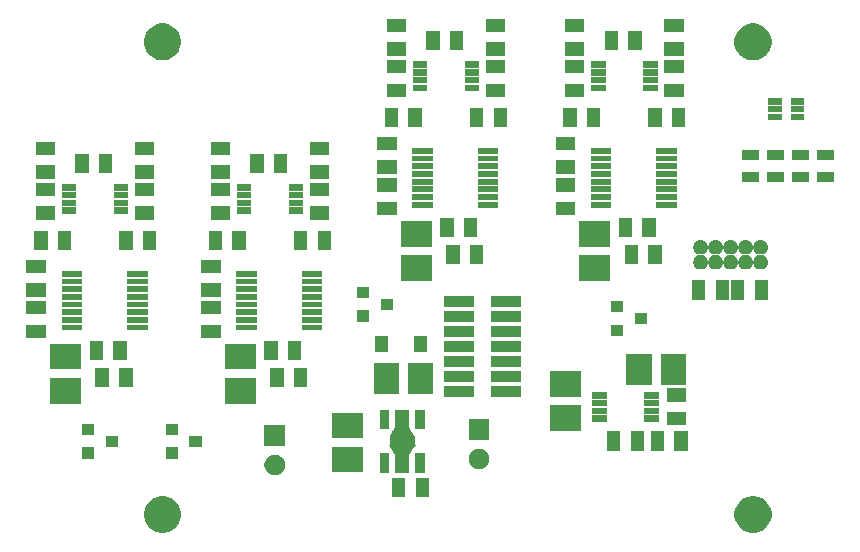
<source format=gts>
G04 #@! TF.GenerationSoftware,KiCad,Pcbnew,(5.0.0-rc2-dev-70-g2da7199a3)*
G04 #@! TF.CreationDate,2018-03-19T21:57:51-04:00*
G04 #@! TF.ProjectId,analog,616E616C6F672E6B696361645F706362,rev?*
G04 #@! TF.SameCoordinates,Original*
G04 #@! TF.FileFunction,Soldermask,Top*
G04 #@! TF.FilePolarity,Negative*
%FSLAX46Y46*%
G04 Gerber Fmt 4.6, Leading zero omitted, Abs format (unit mm)*
G04 Created by KiCad (PCBNEW (5.0.0-rc2-dev-70-g2da7199a3)) date 03/19/18 21:57:51*
%MOMM*%
%LPD*%
G01*
G04 APERTURE LIST*
%ADD10C,1.000000*%
G04 APERTURE END LIST*
D10*
G36*
X62957955Y-43490334D02*
X63243672Y-43608683D01*
X63243674Y-43608684D01*
X63500817Y-43780501D01*
X63719499Y-43999183D01*
X63719501Y-43999186D01*
X63719502Y-43999187D01*
X63891317Y-44256328D01*
X64009666Y-44542045D01*
X64070000Y-44845368D01*
X64070000Y-45154632D01*
X64009666Y-45457955D01*
X63891317Y-45743672D01*
X63891316Y-45743674D01*
X63719499Y-46000817D01*
X63500817Y-46219499D01*
X63243674Y-46391316D01*
X63243673Y-46391317D01*
X63243672Y-46391317D01*
X62957955Y-46509666D01*
X62654632Y-46570000D01*
X62345368Y-46570000D01*
X62042045Y-46509666D01*
X61756328Y-46391317D01*
X61756327Y-46391317D01*
X61756326Y-46391316D01*
X61499183Y-46219499D01*
X61280501Y-46000817D01*
X61108684Y-45743674D01*
X61108683Y-45743672D01*
X60990334Y-45457955D01*
X60930000Y-45154632D01*
X60930000Y-44845368D01*
X60990334Y-44542045D01*
X61108683Y-44256328D01*
X61280498Y-43999187D01*
X61280499Y-43999186D01*
X61280501Y-43999183D01*
X61499183Y-43780501D01*
X61756326Y-43608684D01*
X61756328Y-43608683D01*
X62042045Y-43490334D01*
X62345368Y-43430000D01*
X62654632Y-43430000D01*
X62957955Y-43490334D01*
X62957955Y-43490334D01*
G37*
G36*
X12957955Y-43490334D02*
X13243672Y-43608683D01*
X13243674Y-43608684D01*
X13500817Y-43780501D01*
X13719499Y-43999183D01*
X13719501Y-43999186D01*
X13719502Y-43999187D01*
X13891317Y-44256328D01*
X14009666Y-44542045D01*
X14070000Y-44845368D01*
X14070000Y-45154632D01*
X14009666Y-45457955D01*
X13891317Y-45743672D01*
X13891316Y-45743674D01*
X13719499Y-46000817D01*
X13500817Y-46219499D01*
X13243674Y-46391316D01*
X13243673Y-46391317D01*
X13243672Y-46391317D01*
X12957955Y-46509666D01*
X12654632Y-46570000D01*
X12345368Y-46570000D01*
X12042045Y-46509666D01*
X11756328Y-46391317D01*
X11756327Y-46391317D01*
X11756326Y-46391316D01*
X11499183Y-46219499D01*
X11280501Y-46000817D01*
X11108684Y-45743674D01*
X11108683Y-45743672D01*
X10990334Y-45457955D01*
X10930000Y-45154632D01*
X10930000Y-44845368D01*
X10990334Y-44542045D01*
X11108683Y-44256328D01*
X11280498Y-43999187D01*
X11280499Y-43999186D01*
X11280501Y-43999183D01*
X11499183Y-43780501D01*
X11756326Y-43608684D01*
X11756328Y-43608683D01*
X12042045Y-43490334D01*
X12345368Y-43430000D01*
X12654632Y-43430000D01*
X12957955Y-43490334D01*
X12957955Y-43490334D01*
G37*
G36*
X33070000Y-43520000D02*
X31930000Y-43520000D01*
X31930000Y-41880000D01*
X33070000Y-41880000D01*
X33070000Y-43520000D01*
X33070000Y-43520000D01*
G37*
G36*
X35070000Y-43520000D02*
X33930000Y-43520000D01*
X33930000Y-41880000D01*
X35070000Y-41880000D01*
X35070000Y-43520000D01*
X35070000Y-43520000D01*
G37*
G36*
X22253770Y-39963433D02*
X22412100Y-40029016D01*
X22554593Y-40124227D01*
X22675773Y-40245407D01*
X22770984Y-40387900D01*
X22836567Y-40546230D01*
X22870000Y-40714312D01*
X22870000Y-40885688D01*
X22836567Y-41053770D01*
X22770984Y-41212100D01*
X22675773Y-41354593D01*
X22554593Y-41475773D01*
X22412100Y-41570984D01*
X22253770Y-41636567D01*
X22085688Y-41670000D01*
X21914312Y-41670000D01*
X21746230Y-41636567D01*
X21587900Y-41570984D01*
X21445407Y-41475773D01*
X21324227Y-41354593D01*
X21229016Y-41212100D01*
X21163433Y-41053770D01*
X21130000Y-40885688D01*
X21130000Y-40714312D01*
X21163433Y-40546230D01*
X21229016Y-40387900D01*
X21324227Y-40245407D01*
X21445407Y-40124227D01*
X21587900Y-40029016D01*
X21746230Y-39963433D01*
X21914312Y-39930000D01*
X22085688Y-39930000D01*
X22253770Y-39963433D01*
X22253770Y-39963433D01*
G37*
G36*
X31720000Y-41470000D02*
X30880000Y-41470000D01*
X30880000Y-39830000D01*
X31720000Y-39830000D01*
X31720000Y-41470000D01*
X31720000Y-41470000D01*
G37*
G36*
X33370000Y-37627292D02*
X33370096Y-37628267D01*
X33370381Y-37629205D01*
X33370839Y-37630063D01*
X33835982Y-38327778D01*
X33836600Y-38328532D01*
X33837357Y-38329154D01*
X33838221Y-38329617D01*
X33839158Y-38329903D01*
X33840139Y-38330000D01*
X33870000Y-38330000D01*
X33870000Y-38377292D01*
X33870096Y-38378267D01*
X33870381Y-38379205D01*
X33870836Y-38380059D01*
X33930797Y-38470000D01*
X33875000Y-38470000D01*
X33874025Y-38470096D01*
X33873087Y-38470381D01*
X33872222Y-38470843D01*
X33871464Y-38471464D01*
X33870843Y-38472222D01*
X33870381Y-38473087D01*
X33870096Y-38474025D01*
X33870000Y-38475000D01*
X33870000Y-39125000D01*
X33870096Y-39125975D01*
X33870381Y-39126913D01*
X33870843Y-39127778D01*
X33871464Y-39128536D01*
X33872222Y-39129157D01*
X33873087Y-39129619D01*
X33874025Y-39129904D01*
X33875000Y-39130000D01*
X33930797Y-39130000D01*
X33870840Y-39219936D01*
X33870379Y-39220800D01*
X33870095Y-39221739D01*
X33870000Y-39222709D01*
X33870000Y-39270000D01*
X33840139Y-39270000D01*
X33839164Y-39270096D01*
X33838226Y-39270381D01*
X33837361Y-39270843D01*
X33836603Y-39271464D01*
X33835979Y-39272227D01*
X33370840Y-39969936D01*
X33370379Y-39970800D01*
X33370095Y-39971739D01*
X33370000Y-39972709D01*
X33370000Y-41470000D01*
X32230000Y-41470000D01*
X32230000Y-39972709D01*
X32229904Y-39971734D01*
X32229619Y-39970796D01*
X32229160Y-39969936D01*
X31764021Y-39272227D01*
X31763400Y-39271468D01*
X31762643Y-39270846D01*
X31761779Y-39270383D01*
X31760842Y-39270097D01*
X31759861Y-39270000D01*
X31730000Y-39270000D01*
X31730000Y-39222709D01*
X31729904Y-39221734D01*
X31729619Y-39220796D01*
X31729160Y-39219936D01*
X31669203Y-39130000D01*
X31725000Y-39130000D01*
X31725975Y-39129904D01*
X31726913Y-39129619D01*
X31727778Y-39129157D01*
X31728536Y-39128536D01*
X31729157Y-39127778D01*
X31729619Y-39126913D01*
X31729904Y-39125975D01*
X31730000Y-39125000D01*
X31730000Y-38475000D01*
X31729904Y-38474025D01*
X31729619Y-38473087D01*
X31729157Y-38472222D01*
X31728536Y-38471464D01*
X31727778Y-38470843D01*
X31726913Y-38470381D01*
X31725975Y-38470096D01*
X31725000Y-38470000D01*
X31669203Y-38470000D01*
X31729164Y-38380059D01*
X31729621Y-38379201D01*
X31729905Y-38378262D01*
X31730000Y-38377292D01*
X31730000Y-38330000D01*
X31759861Y-38330000D01*
X31760836Y-38329904D01*
X31761774Y-38329619D01*
X31762639Y-38329157D01*
X31763397Y-38328536D01*
X31764018Y-38327778D01*
X32229161Y-37630063D01*
X32229621Y-37629201D01*
X32229905Y-37628262D01*
X32230000Y-37627292D01*
X32230000Y-36130000D01*
X33370000Y-36130000D01*
X33370000Y-37627292D01*
X33370000Y-37627292D01*
G37*
G36*
X34720000Y-41470000D02*
X33880000Y-41470000D01*
X33880000Y-39830000D01*
X34720000Y-39830000D01*
X34720000Y-41470000D01*
X34720000Y-41470000D01*
G37*
G36*
X29520000Y-41420000D02*
X26880000Y-41420000D01*
X26880000Y-39280000D01*
X29520000Y-39280000D01*
X29520000Y-41420000D01*
X29520000Y-41420000D01*
G37*
G36*
X39553770Y-39463433D02*
X39712100Y-39529016D01*
X39854593Y-39624227D01*
X39975773Y-39745407D01*
X40070984Y-39887900D01*
X40136567Y-40046230D01*
X40170000Y-40214312D01*
X40170000Y-40385688D01*
X40136567Y-40553770D01*
X40070984Y-40712100D01*
X39975773Y-40854593D01*
X39854593Y-40975773D01*
X39712100Y-41070984D01*
X39553770Y-41136567D01*
X39385688Y-41170000D01*
X39214312Y-41170000D01*
X39046230Y-41136567D01*
X38887900Y-41070984D01*
X38745407Y-40975773D01*
X38624227Y-40854593D01*
X38529016Y-40712100D01*
X38463433Y-40553770D01*
X38430000Y-40385688D01*
X38430000Y-40214312D01*
X38463433Y-40046230D01*
X38529016Y-39887900D01*
X38624227Y-39745407D01*
X38745407Y-39624227D01*
X38887900Y-39529016D01*
X39046230Y-39463433D01*
X39214312Y-39430000D01*
X39385688Y-39430000D01*
X39553770Y-39463433D01*
X39553770Y-39463433D01*
G37*
G36*
X13820000Y-40270000D02*
X12780000Y-40270000D01*
X12780000Y-39330000D01*
X13820000Y-39330000D01*
X13820000Y-40270000D01*
X13820000Y-40270000D01*
G37*
G36*
X6720000Y-40270000D02*
X5680000Y-40270000D01*
X5680000Y-39330000D01*
X6720000Y-39330000D01*
X6720000Y-40270000D01*
X6720000Y-40270000D01*
G37*
G36*
X56970000Y-39620000D02*
X55830000Y-39620000D01*
X55830000Y-37980000D01*
X56970000Y-37980000D01*
X56970000Y-39620000D01*
X56970000Y-39620000D01*
G37*
G36*
X54970000Y-39620000D02*
X53830000Y-39620000D01*
X53830000Y-37980000D01*
X54970000Y-37980000D01*
X54970000Y-39620000D01*
X54970000Y-39620000D01*
G37*
G36*
X53270000Y-39620000D02*
X52130000Y-39620000D01*
X52130000Y-37980000D01*
X53270000Y-37980000D01*
X53270000Y-39620000D01*
X53270000Y-39620000D01*
G37*
G36*
X51270000Y-39620000D02*
X50130000Y-39620000D01*
X50130000Y-37980000D01*
X51270000Y-37980000D01*
X51270000Y-39620000D01*
X51270000Y-39620000D01*
G37*
G36*
X8720000Y-39270000D02*
X7680000Y-39270000D01*
X7680000Y-38330000D01*
X8720000Y-38330000D01*
X8720000Y-39270000D01*
X8720000Y-39270000D01*
G37*
G36*
X15820000Y-39270000D02*
X14780000Y-39270000D01*
X14780000Y-38330000D01*
X15820000Y-38330000D01*
X15820000Y-39270000D01*
X15820000Y-39270000D01*
G37*
G36*
X22870000Y-39170000D02*
X21130000Y-39170000D01*
X21130000Y-37430000D01*
X22870000Y-37430000D01*
X22870000Y-39170000D01*
X22870000Y-39170000D01*
G37*
G36*
X40170000Y-38670000D02*
X38430000Y-38670000D01*
X38430000Y-36930000D01*
X40170000Y-36930000D01*
X40170000Y-38670000D01*
X40170000Y-38670000D01*
G37*
G36*
X29520000Y-38520000D02*
X26880000Y-38520000D01*
X26880000Y-36380000D01*
X29520000Y-36380000D01*
X29520000Y-38520000D01*
X29520000Y-38520000D01*
G37*
G36*
X6720000Y-38270000D02*
X5680000Y-38270000D01*
X5680000Y-37330000D01*
X6720000Y-37330000D01*
X6720000Y-38270000D01*
X6720000Y-38270000D01*
G37*
G36*
X13820000Y-38270000D02*
X12780000Y-38270000D01*
X12780000Y-37330000D01*
X13820000Y-37330000D01*
X13820000Y-38270000D01*
X13820000Y-38270000D01*
G37*
G36*
X47920000Y-37920000D02*
X45280000Y-37920000D01*
X45280000Y-35780000D01*
X47920000Y-35780000D01*
X47920000Y-37920000D01*
X47920000Y-37920000D01*
G37*
G36*
X34720000Y-37770000D02*
X33880000Y-37770000D01*
X33880000Y-36130000D01*
X34720000Y-36130000D01*
X34720000Y-37770000D01*
X34720000Y-37770000D01*
G37*
G36*
X31720000Y-37770000D02*
X30880000Y-37770000D01*
X30880000Y-36130000D01*
X31720000Y-36130000D01*
X31720000Y-37770000D01*
X31720000Y-37770000D01*
G37*
G36*
X56820000Y-37470000D02*
X55180000Y-37470000D01*
X55180000Y-36330000D01*
X56820000Y-36330000D01*
X56820000Y-37470000D01*
X56820000Y-37470000D01*
G37*
G36*
X50120000Y-37145000D02*
X48880000Y-37145000D01*
X48880000Y-36605000D01*
X50120000Y-36605000D01*
X50120000Y-37145000D01*
X50120000Y-37145000D01*
G37*
G36*
X54520000Y-37145000D02*
X53280000Y-37145000D01*
X53280000Y-36605000D01*
X54520000Y-36605000D01*
X54520000Y-37145000D01*
X54520000Y-37145000D01*
G37*
G36*
X54520000Y-36495000D02*
X53280000Y-36495000D01*
X53280000Y-35955000D01*
X54520000Y-35955000D01*
X54520000Y-36495000D01*
X54520000Y-36495000D01*
G37*
G36*
X50120000Y-36495000D02*
X48880000Y-36495000D01*
X48880000Y-35955000D01*
X50120000Y-35955000D01*
X50120000Y-36495000D01*
X50120000Y-36495000D01*
G37*
G36*
X54520000Y-35845000D02*
X53280000Y-35845000D01*
X53280000Y-35305000D01*
X54520000Y-35305000D01*
X54520000Y-35845000D01*
X54520000Y-35845000D01*
G37*
G36*
X50120000Y-35845000D02*
X48880000Y-35845000D01*
X48880000Y-35305000D01*
X50120000Y-35305000D01*
X50120000Y-35845000D01*
X50120000Y-35845000D01*
G37*
G36*
X5620000Y-35620000D02*
X2980000Y-35620000D01*
X2980000Y-33480000D01*
X5620000Y-33480000D01*
X5620000Y-35620000D01*
X5620000Y-35620000D01*
G37*
G36*
X20420000Y-35620000D02*
X17780000Y-35620000D01*
X17780000Y-33480000D01*
X20420000Y-33480000D01*
X20420000Y-35620000D01*
X20420000Y-35620000D01*
G37*
G36*
X56820000Y-35470000D02*
X55180000Y-35470000D01*
X55180000Y-34330000D01*
X56820000Y-34330000D01*
X56820000Y-35470000D01*
X56820000Y-35470000D01*
G37*
G36*
X50120000Y-35195000D02*
X48880000Y-35195000D01*
X48880000Y-34655000D01*
X50120000Y-34655000D01*
X50120000Y-35195000D01*
X50120000Y-35195000D01*
G37*
G36*
X54520000Y-35195000D02*
X53280000Y-35195000D01*
X53280000Y-34655000D01*
X54520000Y-34655000D01*
X54520000Y-35195000D01*
X54520000Y-35195000D01*
G37*
G36*
X42820000Y-35060000D02*
X40280000Y-35060000D01*
X40280000Y-34160000D01*
X42820000Y-34160000D01*
X42820000Y-35060000D01*
X42820000Y-35060000D01*
G37*
G36*
X38920000Y-35060000D02*
X36380000Y-35060000D01*
X36380000Y-34160000D01*
X38920000Y-34160000D01*
X38920000Y-35060000D01*
X38920000Y-35060000D01*
G37*
G36*
X47920000Y-35020000D02*
X45280000Y-35020000D01*
X45280000Y-32880000D01*
X47920000Y-32880000D01*
X47920000Y-35020000D01*
X47920000Y-35020000D01*
G37*
G36*
X35420000Y-34820000D02*
X33280000Y-34820000D01*
X33280000Y-32180000D01*
X35420000Y-32180000D01*
X35420000Y-34820000D01*
X35420000Y-34820000D01*
G37*
G36*
X32520000Y-34820000D02*
X30380000Y-34820000D01*
X30380000Y-32180000D01*
X32520000Y-32180000D01*
X32520000Y-34820000D01*
X32520000Y-34820000D01*
G37*
G36*
X9970000Y-34220000D02*
X8830000Y-34220000D01*
X8830000Y-32580000D01*
X9970000Y-32580000D01*
X9970000Y-34220000D01*
X9970000Y-34220000D01*
G37*
G36*
X7970000Y-34220000D02*
X6830000Y-34220000D01*
X6830000Y-32580000D01*
X7970000Y-32580000D01*
X7970000Y-34220000D01*
X7970000Y-34220000D01*
G37*
G36*
X24770000Y-34220000D02*
X23630000Y-34220000D01*
X23630000Y-32580000D01*
X24770000Y-32580000D01*
X24770000Y-34220000D01*
X24770000Y-34220000D01*
G37*
G36*
X22770000Y-34220000D02*
X21630000Y-34220000D01*
X21630000Y-32580000D01*
X22770000Y-32580000D01*
X22770000Y-34220000D01*
X22770000Y-34220000D01*
G37*
G36*
X56820000Y-34020000D02*
X54680000Y-34020000D01*
X54680000Y-31380000D01*
X56820000Y-31380000D01*
X56820000Y-34020000D01*
X56820000Y-34020000D01*
G37*
G36*
X53920000Y-34020000D02*
X51780000Y-34020000D01*
X51780000Y-31380000D01*
X53920000Y-31380000D01*
X53920000Y-34020000D01*
X53920000Y-34020000D01*
G37*
G36*
X42820000Y-33790000D02*
X40280000Y-33790000D01*
X40280000Y-32890000D01*
X42820000Y-32890000D01*
X42820000Y-33790000D01*
X42820000Y-33790000D01*
G37*
G36*
X38920000Y-33790000D02*
X36380000Y-33790000D01*
X36380000Y-32890000D01*
X38920000Y-32890000D01*
X38920000Y-33790000D01*
X38920000Y-33790000D01*
G37*
G36*
X20420000Y-32720000D02*
X17780000Y-32720000D01*
X17780000Y-30580000D01*
X20420000Y-30580000D01*
X20420000Y-32720000D01*
X20420000Y-32720000D01*
G37*
G36*
X5620000Y-32720000D02*
X2980000Y-32720000D01*
X2980000Y-30580000D01*
X5620000Y-30580000D01*
X5620000Y-32720000D01*
X5620000Y-32720000D01*
G37*
G36*
X38920000Y-32520000D02*
X36380000Y-32520000D01*
X36380000Y-31620000D01*
X38920000Y-31620000D01*
X38920000Y-32520000D01*
X38920000Y-32520000D01*
G37*
G36*
X42820000Y-32520000D02*
X40280000Y-32520000D01*
X40280000Y-31620000D01*
X42820000Y-31620000D01*
X42820000Y-32520000D01*
X42820000Y-32520000D01*
G37*
G36*
X22270000Y-31920000D02*
X21130000Y-31920000D01*
X21130000Y-30280000D01*
X22270000Y-30280000D01*
X22270000Y-31920000D01*
X22270000Y-31920000D01*
G37*
G36*
X9470000Y-31920000D02*
X8330000Y-31920000D01*
X8330000Y-30280000D01*
X9470000Y-30280000D01*
X9470000Y-31920000D01*
X9470000Y-31920000D01*
G37*
G36*
X7470000Y-31920000D02*
X6330000Y-31920000D01*
X6330000Y-30280000D01*
X7470000Y-30280000D01*
X7470000Y-31920000D01*
X7470000Y-31920000D01*
G37*
G36*
X24270000Y-31920000D02*
X23130000Y-31920000D01*
X23130000Y-30280000D01*
X24270000Y-30280000D01*
X24270000Y-31920000D01*
X24270000Y-31920000D01*
G37*
G36*
X34870000Y-31270000D02*
X33830000Y-31270000D01*
X33830000Y-29930000D01*
X34870000Y-29930000D01*
X34870000Y-31270000D01*
X34870000Y-31270000D01*
G37*
G36*
X31570000Y-31270000D02*
X30530000Y-31270000D01*
X30530000Y-29930000D01*
X31570000Y-29930000D01*
X31570000Y-31270000D01*
X31570000Y-31270000D01*
G37*
G36*
X38920000Y-31250000D02*
X36380000Y-31250000D01*
X36380000Y-30350000D01*
X38920000Y-30350000D01*
X38920000Y-31250000D01*
X38920000Y-31250000D01*
G37*
G36*
X42820000Y-31250000D02*
X40280000Y-31250000D01*
X40280000Y-30350000D01*
X42820000Y-30350000D01*
X42820000Y-31250000D01*
X42820000Y-31250000D01*
G37*
G36*
X17420000Y-30070000D02*
X15780000Y-30070000D01*
X15780000Y-28930000D01*
X17420000Y-28930000D01*
X17420000Y-30070000D01*
X17420000Y-30070000D01*
G37*
G36*
X2620000Y-30070000D02*
X980000Y-30070000D01*
X980000Y-28930000D01*
X2620000Y-28930000D01*
X2620000Y-30070000D01*
X2620000Y-30070000D01*
G37*
G36*
X38920000Y-29980000D02*
X36380000Y-29980000D01*
X36380000Y-29080000D01*
X38920000Y-29080000D01*
X38920000Y-29980000D01*
X38920000Y-29980000D01*
G37*
G36*
X42820000Y-29980000D02*
X40280000Y-29980000D01*
X40280000Y-29080000D01*
X42820000Y-29080000D01*
X42820000Y-29980000D01*
X42820000Y-29980000D01*
G37*
G36*
X51520000Y-29870000D02*
X50480000Y-29870000D01*
X50480000Y-28930000D01*
X51520000Y-28930000D01*
X51520000Y-29870000D01*
X51520000Y-29870000D01*
G37*
G36*
X11245000Y-29420000D02*
X9505000Y-29420000D01*
X9505000Y-28930000D01*
X11245000Y-28930000D01*
X11245000Y-29420000D01*
X11245000Y-29420000D01*
G37*
G36*
X26045000Y-29420000D02*
X24305000Y-29420000D01*
X24305000Y-28930000D01*
X26045000Y-28930000D01*
X26045000Y-29420000D01*
X26045000Y-29420000D01*
G37*
G36*
X20495000Y-29420000D02*
X18755000Y-29420000D01*
X18755000Y-28930000D01*
X20495000Y-28930000D01*
X20495000Y-29420000D01*
X20495000Y-29420000D01*
G37*
G36*
X5695000Y-29420000D02*
X3955000Y-29420000D01*
X3955000Y-28930000D01*
X5695000Y-28930000D01*
X5695000Y-29420000D01*
X5695000Y-29420000D01*
G37*
G36*
X53520000Y-28870000D02*
X52480000Y-28870000D01*
X52480000Y-27930000D01*
X53520000Y-27930000D01*
X53520000Y-28870000D01*
X53520000Y-28870000D01*
G37*
G36*
X5695000Y-28770000D02*
X3955000Y-28770000D01*
X3955000Y-28280000D01*
X5695000Y-28280000D01*
X5695000Y-28770000D01*
X5695000Y-28770000D01*
G37*
G36*
X20495000Y-28770000D02*
X18755000Y-28770000D01*
X18755000Y-28280000D01*
X20495000Y-28280000D01*
X20495000Y-28770000D01*
X20495000Y-28770000D01*
G37*
G36*
X11245000Y-28770000D02*
X9505000Y-28770000D01*
X9505000Y-28280000D01*
X11245000Y-28280000D01*
X11245000Y-28770000D01*
X11245000Y-28770000D01*
G37*
G36*
X26045000Y-28770000D02*
X24305000Y-28770000D01*
X24305000Y-28280000D01*
X26045000Y-28280000D01*
X26045000Y-28770000D01*
X26045000Y-28770000D01*
G37*
G36*
X42820000Y-28710000D02*
X40280000Y-28710000D01*
X40280000Y-27810000D01*
X42820000Y-27810000D01*
X42820000Y-28710000D01*
X42820000Y-28710000D01*
G37*
G36*
X38920000Y-28710000D02*
X36380000Y-28710000D01*
X36380000Y-27810000D01*
X38920000Y-27810000D01*
X38920000Y-28710000D01*
X38920000Y-28710000D01*
G37*
G36*
X30020000Y-28670000D02*
X28980000Y-28670000D01*
X28980000Y-27730000D01*
X30020000Y-27730000D01*
X30020000Y-28670000D01*
X30020000Y-28670000D01*
G37*
G36*
X5695000Y-28120000D02*
X3955000Y-28120000D01*
X3955000Y-27630000D01*
X5695000Y-27630000D01*
X5695000Y-28120000D01*
X5695000Y-28120000D01*
G37*
G36*
X11245000Y-28120000D02*
X9505000Y-28120000D01*
X9505000Y-27630000D01*
X11245000Y-27630000D01*
X11245000Y-28120000D01*
X11245000Y-28120000D01*
G37*
G36*
X20495000Y-28120000D02*
X18755000Y-28120000D01*
X18755000Y-27630000D01*
X20495000Y-27630000D01*
X20495000Y-28120000D01*
X20495000Y-28120000D01*
G37*
G36*
X26045000Y-28120000D02*
X24305000Y-28120000D01*
X24305000Y-27630000D01*
X26045000Y-27630000D01*
X26045000Y-28120000D01*
X26045000Y-28120000D01*
G37*
G36*
X2620000Y-28070000D02*
X980000Y-28070000D01*
X980000Y-26930000D01*
X2620000Y-26930000D01*
X2620000Y-28070000D01*
X2620000Y-28070000D01*
G37*
G36*
X17420000Y-28070000D02*
X15780000Y-28070000D01*
X15780000Y-26930000D01*
X17420000Y-26930000D01*
X17420000Y-28070000D01*
X17420000Y-28070000D01*
G37*
G36*
X51520000Y-27870000D02*
X50480000Y-27870000D01*
X50480000Y-26930000D01*
X51520000Y-26930000D01*
X51520000Y-27870000D01*
X51520000Y-27870000D01*
G37*
G36*
X32020000Y-27670000D02*
X30980000Y-27670000D01*
X30980000Y-26730000D01*
X32020000Y-26730000D01*
X32020000Y-27670000D01*
X32020000Y-27670000D01*
G37*
G36*
X20495000Y-27470000D02*
X18755000Y-27470000D01*
X18755000Y-26980000D01*
X20495000Y-26980000D01*
X20495000Y-27470000D01*
X20495000Y-27470000D01*
G37*
G36*
X11245000Y-27470000D02*
X9505000Y-27470000D01*
X9505000Y-26980000D01*
X11245000Y-26980000D01*
X11245000Y-27470000D01*
X11245000Y-27470000D01*
G37*
G36*
X26045000Y-27470000D02*
X24305000Y-27470000D01*
X24305000Y-26980000D01*
X26045000Y-26980000D01*
X26045000Y-27470000D01*
X26045000Y-27470000D01*
G37*
G36*
X5695000Y-27470000D02*
X3955000Y-27470000D01*
X3955000Y-26980000D01*
X5695000Y-26980000D01*
X5695000Y-27470000D01*
X5695000Y-27470000D01*
G37*
G36*
X38920000Y-27440000D02*
X36380000Y-27440000D01*
X36380000Y-26540000D01*
X38920000Y-26540000D01*
X38920000Y-27440000D01*
X38920000Y-27440000D01*
G37*
G36*
X42820000Y-27440000D02*
X40280000Y-27440000D01*
X40280000Y-26540000D01*
X42820000Y-26540000D01*
X42820000Y-27440000D01*
X42820000Y-27440000D01*
G37*
G36*
X63770000Y-26820000D02*
X62630000Y-26820000D01*
X62630000Y-25180000D01*
X63770000Y-25180000D01*
X63770000Y-26820000D01*
X63770000Y-26820000D01*
G37*
G36*
X20495000Y-26820000D02*
X18755000Y-26820000D01*
X18755000Y-26330000D01*
X20495000Y-26330000D01*
X20495000Y-26820000D01*
X20495000Y-26820000D01*
G37*
G36*
X61770000Y-26820000D02*
X60630000Y-26820000D01*
X60630000Y-25180000D01*
X61770000Y-25180000D01*
X61770000Y-26820000D01*
X61770000Y-26820000D01*
G37*
G36*
X5695000Y-26820000D02*
X3955000Y-26820000D01*
X3955000Y-26330000D01*
X5695000Y-26330000D01*
X5695000Y-26820000D01*
X5695000Y-26820000D01*
G37*
G36*
X60470000Y-26820000D02*
X59330000Y-26820000D01*
X59330000Y-25180000D01*
X60470000Y-25180000D01*
X60470000Y-26820000D01*
X60470000Y-26820000D01*
G37*
G36*
X58470000Y-26820000D02*
X57330000Y-26820000D01*
X57330000Y-25180000D01*
X58470000Y-25180000D01*
X58470000Y-26820000D01*
X58470000Y-26820000D01*
G37*
G36*
X11245000Y-26820000D02*
X9505000Y-26820000D01*
X9505000Y-26330000D01*
X11245000Y-26330000D01*
X11245000Y-26820000D01*
X11245000Y-26820000D01*
G37*
G36*
X26045000Y-26820000D02*
X24305000Y-26820000D01*
X24305000Y-26330000D01*
X26045000Y-26330000D01*
X26045000Y-26820000D01*
X26045000Y-26820000D01*
G37*
G36*
X30020000Y-26670000D02*
X28980000Y-26670000D01*
X28980000Y-25730000D01*
X30020000Y-25730000D01*
X30020000Y-26670000D01*
X30020000Y-26670000D01*
G37*
G36*
X2620000Y-26570000D02*
X980000Y-26570000D01*
X980000Y-25430000D01*
X2620000Y-25430000D01*
X2620000Y-26570000D01*
X2620000Y-26570000D01*
G37*
G36*
X17420000Y-26570000D02*
X15780000Y-26570000D01*
X15780000Y-25430000D01*
X17420000Y-25430000D01*
X17420000Y-26570000D01*
X17420000Y-26570000D01*
G37*
G36*
X26045000Y-26170000D02*
X24305000Y-26170000D01*
X24305000Y-25680000D01*
X26045000Y-25680000D01*
X26045000Y-26170000D01*
X26045000Y-26170000D01*
G37*
G36*
X11245000Y-26170000D02*
X9505000Y-26170000D01*
X9505000Y-25680000D01*
X11245000Y-25680000D01*
X11245000Y-26170000D01*
X11245000Y-26170000D01*
G37*
G36*
X5695000Y-26170000D02*
X3955000Y-26170000D01*
X3955000Y-25680000D01*
X5695000Y-25680000D01*
X5695000Y-26170000D01*
X5695000Y-26170000D01*
G37*
G36*
X20495000Y-26170000D02*
X18755000Y-26170000D01*
X18755000Y-25680000D01*
X20495000Y-25680000D01*
X20495000Y-26170000D01*
X20495000Y-26170000D01*
G37*
G36*
X20495000Y-25520000D02*
X18755000Y-25520000D01*
X18755000Y-25030000D01*
X20495000Y-25030000D01*
X20495000Y-25520000D01*
X20495000Y-25520000D01*
G37*
G36*
X11245000Y-25520000D02*
X9505000Y-25520000D01*
X9505000Y-25030000D01*
X11245000Y-25030000D01*
X11245000Y-25520000D01*
X11245000Y-25520000D01*
G37*
G36*
X5695000Y-25520000D02*
X3955000Y-25520000D01*
X3955000Y-25030000D01*
X5695000Y-25030000D01*
X5695000Y-25520000D01*
X5695000Y-25520000D01*
G37*
G36*
X26045000Y-25520000D02*
X24305000Y-25520000D01*
X24305000Y-25030000D01*
X26045000Y-25030000D01*
X26045000Y-25520000D01*
X26045000Y-25520000D01*
G37*
G36*
X35320000Y-25220000D02*
X32680000Y-25220000D01*
X32680000Y-23080000D01*
X35320000Y-23080000D01*
X35320000Y-25220000D01*
X35320000Y-25220000D01*
G37*
G36*
X50420000Y-25220000D02*
X47780000Y-25220000D01*
X47780000Y-23080000D01*
X50420000Y-23080000D01*
X50420000Y-25220000D01*
X50420000Y-25220000D01*
G37*
G36*
X26045000Y-24870000D02*
X24305000Y-24870000D01*
X24305000Y-24380000D01*
X26045000Y-24380000D01*
X26045000Y-24870000D01*
X26045000Y-24870000D01*
G37*
G36*
X20495000Y-24870000D02*
X18755000Y-24870000D01*
X18755000Y-24380000D01*
X20495000Y-24380000D01*
X20495000Y-24870000D01*
X20495000Y-24870000D01*
G37*
G36*
X11245000Y-24870000D02*
X9505000Y-24870000D01*
X9505000Y-24380000D01*
X11245000Y-24380000D01*
X11245000Y-24870000D01*
X11245000Y-24870000D01*
G37*
G36*
X5695000Y-24870000D02*
X3955000Y-24870000D01*
X3955000Y-24380000D01*
X5695000Y-24380000D01*
X5695000Y-24870000D01*
X5695000Y-24870000D01*
G37*
G36*
X2620000Y-24570000D02*
X980000Y-24570000D01*
X980000Y-23430000D01*
X2620000Y-23430000D01*
X2620000Y-24570000D01*
X2620000Y-24570000D01*
G37*
G36*
X17420000Y-24570000D02*
X15780000Y-24570000D01*
X15780000Y-23430000D01*
X17420000Y-23430000D01*
X17420000Y-24570000D01*
X17420000Y-24570000D01*
G37*
G36*
X63320847Y-23038826D02*
X63320849Y-23038827D01*
X63320850Y-23038827D01*
X63420250Y-23080000D01*
X63433680Y-23085563D01*
X63535227Y-23153414D01*
X63621586Y-23239773D01*
X63689437Y-23341320D01*
X63689438Y-23341322D01*
X63726170Y-23430000D01*
X63736174Y-23454153D01*
X63760000Y-23573935D01*
X63760000Y-23696065D01*
X63736174Y-23815847D01*
X63689437Y-23928680D01*
X63621586Y-24030227D01*
X63535227Y-24116586D01*
X63433680Y-24184437D01*
X63433679Y-24184438D01*
X63433678Y-24184438D01*
X63320850Y-24231173D01*
X63320849Y-24231173D01*
X63320847Y-24231174D01*
X63201065Y-24255000D01*
X63078935Y-24255000D01*
X62959153Y-24231174D01*
X62959151Y-24231173D01*
X62959150Y-24231173D01*
X62846322Y-24184438D01*
X62846321Y-24184438D01*
X62846320Y-24184437D01*
X62744773Y-24116586D01*
X62658414Y-24030227D01*
X62590563Y-23928680D01*
X62543826Y-23815847D01*
X62520000Y-23696065D01*
X62520000Y-23573935D01*
X62543826Y-23454153D01*
X62553831Y-23430000D01*
X62590562Y-23341322D01*
X62590563Y-23341320D01*
X62658414Y-23239773D01*
X62744773Y-23153414D01*
X62846320Y-23085563D01*
X62859750Y-23080000D01*
X62959150Y-23038827D01*
X62959151Y-23038827D01*
X62959153Y-23038826D01*
X63078935Y-23015000D01*
X63201065Y-23015000D01*
X63320847Y-23038826D01*
X63320847Y-23038826D01*
G37*
G36*
X60780847Y-23038826D02*
X60780849Y-23038827D01*
X60780850Y-23038827D01*
X60880250Y-23080000D01*
X60893680Y-23085563D01*
X60995227Y-23153414D01*
X61081586Y-23239773D01*
X61149437Y-23341320D01*
X61149438Y-23341322D01*
X61186170Y-23430000D01*
X61196174Y-23454153D01*
X61220000Y-23573935D01*
X61220000Y-23696065D01*
X61196174Y-23815847D01*
X61149437Y-23928680D01*
X61081586Y-24030227D01*
X60995227Y-24116586D01*
X60893680Y-24184437D01*
X60893679Y-24184438D01*
X60893678Y-24184438D01*
X60780850Y-24231173D01*
X60780849Y-24231173D01*
X60780847Y-24231174D01*
X60661065Y-24255000D01*
X60538935Y-24255000D01*
X60419153Y-24231174D01*
X60419151Y-24231173D01*
X60419150Y-24231173D01*
X60306322Y-24184438D01*
X60306321Y-24184438D01*
X60306320Y-24184437D01*
X60204773Y-24116586D01*
X60118414Y-24030227D01*
X60050563Y-23928680D01*
X60003826Y-23815847D01*
X59980000Y-23696065D01*
X59980000Y-23573935D01*
X60003826Y-23454153D01*
X60013831Y-23430000D01*
X60050562Y-23341322D01*
X60050563Y-23341320D01*
X60118414Y-23239773D01*
X60204773Y-23153414D01*
X60306320Y-23085563D01*
X60319750Y-23080000D01*
X60419150Y-23038827D01*
X60419151Y-23038827D01*
X60419153Y-23038826D01*
X60538935Y-23015000D01*
X60661065Y-23015000D01*
X60780847Y-23038826D01*
X60780847Y-23038826D01*
G37*
G36*
X59510847Y-23038826D02*
X59510849Y-23038827D01*
X59510850Y-23038827D01*
X59610250Y-23080000D01*
X59623680Y-23085563D01*
X59725227Y-23153414D01*
X59811586Y-23239773D01*
X59879437Y-23341320D01*
X59879438Y-23341322D01*
X59916170Y-23430000D01*
X59926174Y-23454153D01*
X59950000Y-23573935D01*
X59950000Y-23696065D01*
X59926174Y-23815847D01*
X59879437Y-23928680D01*
X59811586Y-24030227D01*
X59725227Y-24116586D01*
X59623680Y-24184437D01*
X59623679Y-24184438D01*
X59623678Y-24184438D01*
X59510850Y-24231173D01*
X59510849Y-24231173D01*
X59510847Y-24231174D01*
X59391065Y-24255000D01*
X59268935Y-24255000D01*
X59149153Y-24231174D01*
X59149151Y-24231173D01*
X59149150Y-24231173D01*
X59036322Y-24184438D01*
X59036321Y-24184438D01*
X59036320Y-24184437D01*
X58934773Y-24116586D01*
X58848414Y-24030227D01*
X58780563Y-23928680D01*
X58733826Y-23815847D01*
X58710000Y-23696065D01*
X58710000Y-23573935D01*
X58733826Y-23454153D01*
X58743831Y-23430000D01*
X58780562Y-23341322D01*
X58780563Y-23341320D01*
X58848414Y-23239773D01*
X58934773Y-23153414D01*
X59036320Y-23085563D01*
X59049750Y-23080000D01*
X59149150Y-23038827D01*
X59149151Y-23038827D01*
X59149153Y-23038826D01*
X59268935Y-23015000D01*
X59391065Y-23015000D01*
X59510847Y-23038826D01*
X59510847Y-23038826D01*
G37*
G36*
X62050847Y-23038826D02*
X62050849Y-23038827D01*
X62050850Y-23038827D01*
X62150250Y-23080000D01*
X62163680Y-23085563D01*
X62265227Y-23153414D01*
X62351586Y-23239773D01*
X62419437Y-23341320D01*
X62419438Y-23341322D01*
X62456170Y-23430000D01*
X62466174Y-23454153D01*
X62490000Y-23573935D01*
X62490000Y-23696065D01*
X62466174Y-23815847D01*
X62419437Y-23928680D01*
X62351586Y-24030227D01*
X62265227Y-24116586D01*
X62163680Y-24184437D01*
X62163679Y-24184438D01*
X62163678Y-24184438D01*
X62050850Y-24231173D01*
X62050849Y-24231173D01*
X62050847Y-24231174D01*
X61931065Y-24255000D01*
X61808935Y-24255000D01*
X61689153Y-24231174D01*
X61689151Y-24231173D01*
X61689150Y-24231173D01*
X61576322Y-24184438D01*
X61576321Y-24184438D01*
X61576320Y-24184437D01*
X61474773Y-24116586D01*
X61388414Y-24030227D01*
X61320563Y-23928680D01*
X61273826Y-23815847D01*
X61250000Y-23696065D01*
X61250000Y-23573935D01*
X61273826Y-23454153D01*
X61283831Y-23430000D01*
X61320562Y-23341322D01*
X61320563Y-23341320D01*
X61388414Y-23239773D01*
X61474773Y-23153414D01*
X61576320Y-23085563D01*
X61589750Y-23080000D01*
X61689150Y-23038827D01*
X61689151Y-23038827D01*
X61689153Y-23038826D01*
X61808935Y-23015000D01*
X61931065Y-23015000D01*
X62050847Y-23038826D01*
X62050847Y-23038826D01*
G37*
G36*
X58240847Y-23038826D02*
X58240849Y-23038827D01*
X58240850Y-23038827D01*
X58340250Y-23080000D01*
X58353680Y-23085563D01*
X58455227Y-23153414D01*
X58541586Y-23239773D01*
X58609437Y-23341320D01*
X58609438Y-23341322D01*
X58646170Y-23430000D01*
X58656174Y-23454153D01*
X58680000Y-23573935D01*
X58680000Y-23696065D01*
X58656174Y-23815847D01*
X58609437Y-23928680D01*
X58541586Y-24030227D01*
X58455227Y-24116586D01*
X58353680Y-24184437D01*
X58353679Y-24184438D01*
X58353678Y-24184438D01*
X58240850Y-24231173D01*
X58240849Y-24231173D01*
X58240847Y-24231174D01*
X58121065Y-24255000D01*
X57998935Y-24255000D01*
X57879153Y-24231174D01*
X57879151Y-24231173D01*
X57879150Y-24231173D01*
X57766322Y-24184438D01*
X57766321Y-24184438D01*
X57766320Y-24184437D01*
X57664773Y-24116586D01*
X57578414Y-24030227D01*
X57510563Y-23928680D01*
X57463826Y-23815847D01*
X57440000Y-23696065D01*
X57440000Y-23573935D01*
X57463826Y-23454153D01*
X57473831Y-23430000D01*
X57510562Y-23341322D01*
X57510563Y-23341320D01*
X57578414Y-23239773D01*
X57664773Y-23153414D01*
X57766320Y-23085563D01*
X57779750Y-23080000D01*
X57879150Y-23038827D01*
X57879151Y-23038827D01*
X57879153Y-23038826D01*
X57998935Y-23015000D01*
X58121065Y-23015000D01*
X58240847Y-23038826D01*
X58240847Y-23038826D01*
G37*
G36*
X54770000Y-23820000D02*
X53630000Y-23820000D01*
X53630000Y-22180000D01*
X54770000Y-22180000D01*
X54770000Y-23820000D01*
X54770000Y-23820000D01*
G37*
G36*
X37670000Y-23820000D02*
X36530000Y-23820000D01*
X36530000Y-22180000D01*
X37670000Y-22180000D01*
X37670000Y-23820000D01*
X37670000Y-23820000D01*
G37*
G36*
X52770000Y-23820000D02*
X51630000Y-23820000D01*
X51630000Y-22180000D01*
X52770000Y-22180000D01*
X52770000Y-23820000D01*
X52770000Y-23820000D01*
G37*
G36*
X39670000Y-23820000D02*
X38530000Y-23820000D01*
X38530000Y-22180000D01*
X39670000Y-22180000D01*
X39670000Y-23820000D01*
X39670000Y-23820000D01*
G37*
G36*
X60780847Y-21768826D02*
X60780849Y-21768827D01*
X60780850Y-21768827D01*
X60893678Y-21815562D01*
X60893680Y-21815563D01*
X60995227Y-21883414D01*
X61081586Y-21969773D01*
X61149437Y-22071320D01*
X61196174Y-22184153D01*
X61220000Y-22303935D01*
X61220000Y-22426065D01*
X61196174Y-22545847D01*
X61149437Y-22658680D01*
X61081586Y-22760227D01*
X60995227Y-22846586D01*
X60893680Y-22914437D01*
X60893679Y-22914438D01*
X60893678Y-22914438D01*
X60780850Y-22961173D01*
X60780849Y-22961173D01*
X60780847Y-22961174D01*
X60661065Y-22985000D01*
X60538935Y-22985000D01*
X60419153Y-22961174D01*
X60419151Y-22961173D01*
X60419150Y-22961173D01*
X60306322Y-22914438D01*
X60306321Y-22914438D01*
X60306320Y-22914437D01*
X60204773Y-22846586D01*
X60118414Y-22760227D01*
X60050563Y-22658680D01*
X60003826Y-22545847D01*
X59980000Y-22426065D01*
X59980000Y-22303935D01*
X60003826Y-22184153D01*
X60050563Y-22071320D01*
X60118414Y-21969773D01*
X60204773Y-21883414D01*
X60306320Y-21815563D01*
X60306322Y-21815562D01*
X60419150Y-21768827D01*
X60419151Y-21768827D01*
X60419153Y-21768826D01*
X60538935Y-21745000D01*
X60661065Y-21745000D01*
X60780847Y-21768826D01*
X60780847Y-21768826D01*
G37*
G36*
X63320847Y-21768826D02*
X63320849Y-21768827D01*
X63320850Y-21768827D01*
X63433678Y-21815562D01*
X63433680Y-21815563D01*
X63535227Y-21883414D01*
X63621586Y-21969773D01*
X63689437Y-22071320D01*
X63736174Y-22184153D01*
X63760000Y-22303935D01*
X63760000Y-22426065D01*
X63736174Y-22545847D01*
X63689437Y-22658680D01*
X63621586Y-22760227D01*
X63535227Y-22846586D01*
X63433680Y-22914437D01*
X63433679Y-22914438D01*
X63433678Y-22914438D01*
X63320850Y-22961173D01*
X63320849Y-22961173D01*
X63320847Y-22961174D01*
X63201065Y-22985000D01*
X63078935Y-22985000D01*
X62959153Y-22961174D01*
X62959151Y-22961173D01*
X62959150Y-22961173D01*
X62846322Y-22914438D01*
X62846321Y-22914438D01*
X62846320Y-22914437D01*
X62744773Y-22846586D01*
X62658414Y-22760227D01*
X62590563Y-22658680D01*
X62543826Y-22545847D01*
X62520000Y-22426065D01*
X62520000Y-22303935D01*
X62543826Y-22184153D01*
X62590563Y-22071320D01*
X62658414Y-21969773D01*
X62744773Y-21883414D01*
X62846320Y-21815563D01*
X62846322Y-21815562D01*
X62959150Y-21768827D01*
X62959151Y-21768827D01*
X62959153Y-21768826D01*
X63078935Y-21745000D01*
X63201065Y-21745000D01*
X63320847Y-21768826D01*
X63320847Y-21768826D01*
G37*
G36*
X62050847Y-21768826D02*
X62050849Y-21768827D01*
X62050850Y-21768827D01*
X62163678Y-21815562D01*
X62163680Y-21815563D01*
X62265227Y-21883414D01*
X62351586Y-21969773D01*
X62419437Y-22071320D01*
X62466174Y-22184153D01*
X62490000Y-22303935D01*
X62490000Y-22426065D01*
X62466174Y-22545847D01*
X62419437Y-22658680D01*
X62351586Y-22760227D01*
X62265227Y-22846586D01*
X62163680Y-22914437D01*
X62163679Y-22914438D01*
X62163678Y-22914438D01*
X62050850Y-22961173D01*
X62050849Y-22961173D01*
X62050847Y-22961174D01*
X61931065Y-22985000D01*
X61808935Y-22985000D01*
X61689153Y-22961174D01*
X61689151Y-22961173D01*
X61689150Y-22961173D01*
X61576322Y-22914438D01*
X61576321Y-22914438D01*
X61576320Y-22914437D01*
X61474773Y-22846586D01*
X61388414Y-22760227D01*
X61320563Y-22658680D01*
X61273826Y-22545847D01*
X61250000Y-22426065D01*
X61250000Y-22303935D01*
X61273826Y-22184153D01*
X61320563Y-22071320D01*
X61388414Y-21969773D01*
X61474773Y-21883414D01*
X61576320Y-21815563D01*
X61576322Y-21815562D01*
X61689150Y-21768827D01*
X61689151Y-21768827D01*
X61689153Y-21768826D01*
X61808935Y-21745000D01*
X61931065Y-21745000D01*
X62050847Y-21768826D01*
X62050847Y-21768826D01*
G37*
G36*
X59510847Y-21768826D02*
X59510849Y-21768827D01*
X59510850Y-21768827D01*
X59623678Y-21815562D01*
X59623680Y-21815563D01*
X59725227Y-21883414D01*
X59811586Y-21969773D01*
X59879437Y-22071320D01*
X59926174Y-22184153D01*
X59950000Y-22303935D01*
X59950000Y-22426065D01*
X59926174Y-22545847D01*
X59879437Y-22658680D01*
X59811586Y-22760227D01*
X59725227Y-22846586D01*
X59623680Y-22914437D01*
X59623679Y-22914438D01*
X59623678Y-22914438D01*
X59510850Y-22961173D01*
X59510849Y-22961173D01*
X59510847Y-22961174D01*
X59391065Y-22985000D01*
X59268935Y-22985000D01*
X59149153Y-22961174D01*
X59149151Y-22961173D01*
X59149150Y-22961173D01*
X59036322Y-22914438D01*
X59036321Y-22914438D01*
X59036320Y-22914437D01*
X58934773Y-22846586D01*
X58848414Y-22760227D01*
X58780563Y-22658680D01*
X58733826Y-22545847D01*
X58710000Y-22426065D01*
X58710000Y-22303935D01*
X58733826Y-22184153D01*
X58780563Y-22071320D01*
X58848414Y-21969773D01*
X58934773Y-21883414D01*
X59036320Y-21815563D01*
X59036322Y-21815562D01*
X59149150Y-21768827D01*
X59149151Y-21768827D01*
X59149153Y-21768826D01*
X59268935Y-21745000D01*
X59391065Y-21745000D01*
X59510847Y-21768826D01*
X59510847Y-21768826D01*
G37*
G36*
X58240847Y-21768826D02*
X58240849Y-21768827D01*
X58240850Y-21768827D01*
X58353678Y-21815562D01*
X58353680Y-21815563D01*
X58455227Y-21883414D01*
X58541586Y-21969773D01*
X58609437Y-22071320D01*
X58656174Y-22184153D01*
X58680000Y-22303935D01*
X58680000Y-22426065D01*
X58656174Y-22545847D01*
X58609437Y-22658680D01*
X58541586Y-22760227D01*
X58455227Y-22846586D01*
X58353680Y-22914437D01*
X58353679Y-22914438D01*
X58353678Y-22914438D01*
X58240850Y-22961173D01*
X58240849Y-22961173D01*
X58240847Y-22961174D01*
X58121065Y-22985000D01*
X57998935Y-22985000D01*
X57879153Y-22961174D01*
X57879151Y-22961173D01*
X57879150Y-22961173D01*
X57766322Y-22914438D01*
X57766321Y-22914438D01*
X57766320Y-22914437D01*
X57664773Y-22846586D01*
X57578414Y-22760227D01*
X57510563Y-22658680D01*
X57463826Y-22545847D01*
X57440000Y-22426065D01*
X57440000Y-22303935D01*
X57463826Y-22184153D01*
X57510563Y-22071320D01*
X57578414Y-21969773D01*
X57664773Y-21883414D01*
X57766320Y-21815563D01*
X57766322Y-21815562D01*
X57879150Y-21768827D01*
X57879151Y-21768827D01*
X57879153Y-21768826D01*
X57998935Y-21745000D01*
X58121065Y-21745000D01*
X58240847Y-21768826D01*
X58240847Y-21768826D01*
G37*
G36*
X11970000Y-22620000D02*
X10830000Y-22620000D01*
X10830000Y-20980000D01*
X11970000Y-20980000D01*
X11970000Y-22620000D01*
X11970000Y-22620000D01*
G37*
G36*
X17570000Y-22620000D02*
X16430000Y-22620000D01*
X16430000Y-20980000D01*
X17570000Y-20980000D01*
X17570000Y-22620000D01*
X17570000Y-22620000D01*
G37*
G36*
X19570000Y-22620000D02*
X18430000Y-22620000D01*
X18430000Y-20980000D01*
X19570000Y-20980000D01*
X19570000Y-22620000D01*
X19570000Y-22620000D01*
G37*
G36*
X24770000Y-22620000D02*
X23630000Y-22620000D01*
X23630000Y-20980000D01*
X24770000Y-20980000D01*
X24770000Y-22620000D01*
X24770000Y-22620000D01*
G37*
G36*
X4770000Y-22620000D02*
X3630000Y-22620000D01*
X3630000Y-20980000D01*
X4770000Y-20980000D01*
X4770000Y-22620000D01*
X4770000Y-22620000D01*
G37*
G36*
X9970000Y-22620000D02*
X8830000Y-22620000D01*
X8830000Y-20980000D01*
X9970000Y-20980000D01*
X9970000Y-22620000D01*
X9970000Y-22620000D01*
G37*
G36*
X26770000Y-22620000D02*
X25630000Y-22620000D01*
X25630000Y-20980000D01*
X26770000Y-20980000D01*
X26770000Y-22620000D01*
X26770000Y-22620000D01*
G37*
G36*
X2770000Y-22620000D02*
X1630000Y-22620000D01*
X1630000Y-20980000D01*
X2770000Y-20980000D01*
X2770000Y-22620000D01*
X2770000Y-22620000D01*
G37*
G36*
X50420000Y-22320000D02*
X47780000Y-22320000D01*
X47780000Y-20180000D01*
X50420000Y-20180000D01*
X50420000Y-22320000D01*
X50420000Y-22320000D01*
G37*
G36*
X35320000Y-22320000D02*
X32680000Y-22320000D01*
X32680000Y-20180000D01*
X35320000Y-20180000D01*
X35320000Y-22320000D01*
X35320000Y-22320000D01*
G37*
G36*
X54270000Y-21520000D02*
X53130000Y-21520000D01*
X53130000Y-19880000D01*
X54270000Y-19880000D01*
X54270000Y-21520000D01*
X54270000Y-21520000D01*
G37*
G36*
X39170000Y-21520000D02*
X38030000Y-21520000D01*
X38030000Y-19880000D01*
X39170000Y-19880000D01*
X39170000Y-21520000D01*
X39170000Y-21520000D01*
G37*
G36*
X37170000Y-21520000D02*
X36030000Y-21520000D01*
X36030000Y-19880000D01*
X37170000Y-19880000D01*
X37170000Y-21520000D01*
X37170000Y-21520000D01*
G37*
G36*
X52270000Y-21520000D02*
X51130000Y-21520000D01*
X51130000Y-19880000D01*
X52270000Y-19880000D01*
X52270000Y-21520000D01*
X52270000Y-21520000D01*
G37*
G36*
X3420000Y-20070000D02*
X1780000Y-20070000D01*
X1780000Y-18930000D01*
X3420000Y-18930000D01*
X3420000Y-20070000D01*
X3420000Y-20070000D01*
G37*
G36*
X11820000Y-20070000D02*
X10180000Y-20070000D01*
X10180000Y-18930000D01*
X11820000Y-18930000D01*
X11820000Y-20070000D01*
X11820000Y-20070000D01*
G37*
G36*
X18220000Y-20070000D02*
X16580000Y-20070000D01*
X16580000Y-18930000D01*
X18220000Y-18930000D01*
X18220000Y-20070000D01*
X18220000Y-20070000D01*
G37*
G36*
X26620000Y-20070000D02*
X24980000Y-20070000D01*
X24980000Y-18930000D01*
X26620000Y-18930000D01*
X26620000Y-20070000D01*
X26620000Y-20070000D01*
G37*
G36*
X47420000Y-19670000D02*
X45780000Y-19670000D01*
X45780000Y-18530000D01*
X47420000Y-18530000D01*
X47420000Y-19670000D01*
X47420000Y-19670000D01*
G37*
G36*
X32320000Y-19670000D02*
X30680000Y-19670000D01*
X30680000Y-18530000D01*
X32320000Y-18530000D01*
X32320000Y-19670000D01*
X32320000Y-19670000D01*
G37*
G36*
X5220000Y-19545000D02*
X3980000Y-19545000D01*
X3980000Y-19005000D01*
X5220000Y-19005000D01*
X5220000Y-19545000D01*
X5220000Y-19545000D01*
G37*
G36*
X9620000Y-19545000D02*
X8380000Y-19545000D01*
X8380000Y-19005000D01*
X9620000Y-19005000D01*
X9620000Y-19545000D01*
X9620000Y-19545000D01*
G37*
G36*
X20020000Y-19545000D02*
X18780000Y-19545000D01*
X18780000Y-19005000D01*
X20020000Y-19005000D01*
X20020000Y-19545000D01*
X20020000Y-19545000D01*
G37*
G36*
X24420000Y-19545000D02*
X23180000Y-19545000D01*
X23180000Y-19005000D01*
X24420000Y-19005000D01*
X24420000Y-19545000D01*
X24420000Y-19545000D01*
G37*
G36*
X56045000Y-19020000D02*
X54305000Y-19020000D01*
X54305000Y-18530000D01*
X56045000Y-18530000D01*
X56045000Y-19020000D01*
X56045000Y-19020000D01*
G37*
G36*
X40945000Y-19020000D02*
X39205000Y-19020000D01*
X39205000Y-18530000D01*
X40945000Y-18530000D01*
X40945000Y-19020000D01*
X40945000Y-19020000D01*
G37*
G36*
X50495000Y-19020000D02*
X48755000Y-19020000D01*
X48755000Y-18530000D01*
X50495000Y-18530000D01*
X50495000Y-19020000D01*
X50495000Y-19020000D01*
G37*
G36*
X35395000Y-19020000D02*
X33655000Y-19020000D01*
X33655000Y-18530000D01*
X35395000Y-18530000D01*
X35395000Y-19020000D01*
X35395000Y-19020000D01*
G37*
G36*
X24420000Y-18895000D02*
X23180000Y-18895000D01*
X23180000Y-18355000D01*
X24420000Y-18355000D01*
X24420000Y-18895000D01*
X24420000Y-18895000D01*
G37*
G36*
X5220000Y-18895000D02*
X3980000Y-18895000D01*
X3980000Y-18355000D01*
X5220000Y-18355000D01*
X5220000Y-18895000D01*
X5220000Y-18895000D01*
G37*
G36*
X9620000Y-18895000D02*
X8380000Y-18895000D01*
X8380000Y-18355000D01*
X9620000Y-18355000D01*
X9620000Y-18895000D01*
X9620000Y-18895000D01*
G37*
G36*
X20020000Y-18895000D02*
X18780000Y-18895000D01*
X18780000Y-18355000D01*
X20020000Y-18355000D01*
X20020000Y-18895000D01*
X20020000Y-18895000D01*
G37*
G36*
X40945000Y-18370000D02*
X39205000Y-18370000D01*
X39205000Y-17880000D01*
X40945000Y-17880000D01*
X40945000Y-18370000D01*
X40945000Y-18370000D01*
G37*
G36*
X56045000Y-18370000D02*
X54305000Y-18370000D01*
X54305000Y-17880000D01*
X56045000Y-17880000D01*
X56045000Y-18370000D01*
X56045000Y-18370000D01*
G37*
G36*
X50495000Y-18370000D02*
X48755000Y-18370000D01*
X48755000Y-17880000D01*
X50495000Y-17880000D01*
X50495000Y-18370000D01*
X50495000Y-18370000D01*
G37*
G36*
X35395000Y-18370000D02*
X33655000Y-18370000D01*
X33655000Y-17880000D01*
X35395000Y-17880000D01*
X35395000Y-18370000D01*
X35395000Y-18370000D01*
G37*
G36*
X5220000Y-18245000D02*
X3980000Y-18245000D01*
X3980000Y-17705000D01*
X5220000Y-17705000D01*
X5220000Y-18245000D01*
X5220000Y-18245000D01*
G37*
G36*
X9620000Y-18245000D02*
X8380000Y-18245000D01*
X8380000Y-17705000D01*
X9620000Y-17705000D01*
X9620000Y-18245000D01*
X9620000Y-18245000D01*
G37*
G36*
X20020000Y-18245000D02*
X18780000Y-18245000D01*
X18780000Y-17705000D01*
X20020000Y-17705000D01*
X20020000Y-18245000D01*
X20020000Y-18245000D01*
G37*
G36*
X24420000Y-18245000D02*
X23180000Y-18245000D01*
X23180000Y-17705000D01*
X24420000Y-17705000D01*
X24420000Y-18245000D01*
X24420000Y-18245000D01*
G37*
G36*
X26620000Y-18070000D02*
X24980000Y-18070000D01*
X24980000Y-16930000D01*
X26620000Y-16930000D01*
X26620000Y-18070000D01*
X26620000Y-18070000D01*
G37*
G36*
X11820000Y-18070000D02*
X10180000Y-18070000D01*
X10180000Y-16930000D01*
X11820000Y-16930000D01*
X11820000Y-18070000D01*
X11820000Y-18070000D01*
G37*
G36*
X18220000Y-18070000D02*
X16580000Y-18070000D01*
X16580000Y-16930000D01*
X18220000Y-16930000D01*
X18220000Y-18070000D01*
X18220000Y-18070000D01*
G37*
G36*
X3420000Y-18070000D02*
X1780000Y-18070000D01*
X1780000Y-16930000D01*
X3420000Y-16930000D01*
X3420000Y-18070000D01*
X3420000Y-18070000D01*
G37*
G36*
X35395000Y-17720000D02*
X33655000Y-17720000D01*
X33655000Y-17230000D01*
X35395000Y-17230000D01*
X35395000Y-17720000D01*
X35395000Y-17720000D01*
G37*
G36*
X50495000Y-17720000D02*
X48755000Y-17720000D01*
X48755000Y-17230000D01*
X50495000Y-17230000D01*
X50495000Y-17720000D01*
X50495000Y-17720000D01*
G37*
G36*
X56045000Y-17720000D02*
X54305000Y-17720000D01*
X54305000Y-17230000D01*
X56045000Y-17230000D01*
X56045000Y-17720000D01*
X56045000Y-17720000D01*
G37*
G36*
X40945000Y-17720000D02*
X39205000Y-17720000D01*
X39205000Y-17230000D01*
X40945000Y-17230000D01*
X40945000Y-17720000D01*
X40945000Y-17720000D01*
G37*
G36*
X32320000Y-17670000D02*
X30680000Y-17670000D01*
X30680000Y-16530000D01*
X32320000Y-16530000D01*
X32320000Y-17670000D01*
X32320000Y-17670000D01*
G37*
G36*
X47420000Y-17670000D02*
X45780000Y-17670000D01*
X45780000Y-16530000D01*
X47420000Y-16530000D01*
X47420000Y-17670000D01*
X47420000Y-17670000D01*
G37*
G36*
X24420000Y-17595000D02*
X23180000Y-17595000D01*
X23180000Y-17055000D01*
X24420000Y-17055000D01*
X24420000Y-17595000D01*
X24420000Y-17595000D01*
G37*
G36*
X5220000Y-17595000D02*
X3980000Y-17595000D01*
X3980000Y-17055000D01*
X5220000Y-17055000D01*
X5220000Y-17595000D01*
X5220000Y-17595000D01*
G37*
G36*
X9620000Y-17595000D02*
X8380000Y-17595000D01*
X8380000Y-17055000D01*
X9620000Y-17055000D01*
X9620000Y-17595000D01*
X9620000Y-17595000D01*
G37*
G36*
X20020000Y-17595000D02*
X18780000Y-17595000D01*
X18780000Y-17055000D01*
X20020000Y-17055000D01*
X20020000Y-17595000D01*
X20020000Y-17595000D01*
G37*
G36*
X56045000Y-17070000D02*
X54305000Y-17070000D01*
X54305000Y-16580000D01*
X56045000Y-16580000D01*
X56045000Y-17070000D01*
X56045000Y-17070000D01*
G37*
G36*
X35395000Y-17070000D02*
X33655000Y-17070000D01*
X33655000Y-16580000D01*
X35395000Y-16580000D01*
X35395000Y-17070000D01*
X35395000Y-17070000D01*
G37*
G36*
X50495000Y-17070000D02*
X48755000Y-17070000D01*
X48755000Y-16580000D01*
X50495000Y-16580000D01*
X50495000Y-17070000D01*
X50495000Y-17070000D01*
G37*
G36*
X40945000Y-17070000D02*
X39205000Y-17070000D01*
X39205000Y-16580000D01*
X40945000Y-16580000D01*
X40945000Y-17070000D01*
X40945000Y-17070000D01*
G37*
G36*
X65120000Y-16870000D02*
X63680000Y-16870000D01*
X63680000Y-16030000D01*
X65120000Y-16030000D01*
X65120000Y-16870000D01*
X65120000Y-16870000D01*
G37*
G36*
X69320000Y-16870000D02*
X67880000Y-16870000D01*
X67880000Y-16030000D01*
X69320000Y-16030000D01*
X69320000Y-16870000D01*
X69320000Y-16870000D01*
G37*
G36*
X63020000Y-16870000D02*
X61580000Y-16870000D01*
X61580000Y-16030000D01*
X63020000Y-16030000D01*
X63020000Y-16870000D01*
X63020000Y-16870000D01*
G37*
G36*
X67220000Y-16870000D02*
X65780000Y-16870000D01*
X65780000Y-16030000D01*
X67220000Y-16030000D01*
X67220000Y-16870000D01*
X67220000Y-16870000D01*
G37*
G36*
X26620000Y-16570000D02*
X24980000Y-16570000D01*
X24980000Y-15430000D01*
X26620000Y-15430000D01*
X26620000Y-16570000D01*
X26620000Y-16570000D01*
G37*
G36*
X3420000Y-16570000D02*
X1780000Y-16570000D01*
X1780000Y-15430000D01*
X3420000Y-15430000D01*
X3420000Y-16570000D01*
X3420000Y-16570000D01*
G37*
G36*
X11820000Y-16570000D02*
X10180000Y-16570000D01*
X10180000Y-15430000D01*
X11820000Y-15430000D01*
X11820000Y-16570000D01*
X11820000Y-16570000D01*
G37*
G36*
X18220000Y-16570000D02*
X16580000Y-16570000D01*
X16580000Y-15430000D01*
X18220000Y-15430000D01*
X18220000Y-16570000D01*
X18220000Y-16570000D01*
G37*
G36*
X35395000Y-16420000D02*
X33655000Y-16420000D01*
X33655000Y-15930000D01*
X35395000Y-15930000D01*
X35395000Y-16420000D01*
X35395000Y-16420000D01*
G37*
G36*
X56045000Y-16420000D02*
X54305000Y-16420000D01*
X54305000Y-15930000D01*
X56045000Y-15930000D01*
X56045000Y-16420000D01*
X56045000Y-16420000D01*
G37*
G36*
X40945000Y-16420000D02*
X39205000Y-16420000D01*
X39205000Y-15930000D01*
X40945000Y-15930000D01*
X40945000Y-16420000D01*
X40945000Y-16420000D01*
G37*
G36*
X50495000Y-16420000D02*
X48755000Y-16420000D01*
X48755000Y-15930000D01*
X50495000Y-15930000D01*
X50495000Y-16420000D01*
X50495000Y-16420000D01*
G37*
G36*
X32320000Y-16170000D02*
X30680000Y-16170000D01*
X30680000Y-15030000D01*
X32320000Y-15030000D01*
X32320000Y-16170000D01*
X32320000Y-16170000D01*
G37*
G36*
X47420000Y-16170000D02*
X45780000Y-16170000D01*
X45780000Y-15030000D01*
X47420000Y-15030000D01*
X47420000Y-16170000D01*
X47420000Y-16170000D01*
G37*
G36*
X6270000Y-16120000D02*
X5130000Y-16120000D01*
X5130000Y-14480000D01*
X6270000Y-14480000D01*
X6270000Y-16120000D01*
X6270000Y-16120000D01*
G37*
G36*
X8270000Y-16120000D02*
X7130000Y-16120000D01*
X7130000Y-14480000D01*
X8270000Y-14480000D01*
X8270000Y-16120000D01*
X8270000Y-16120000D01*
G37*
G36*
X21070000Y-16120000D02*
X19930000Y-16120000D01*
X19930000Y-14480000D01*
X21070000Y-14480000D01*
X21070000Y-16120000D01*
X21070000Y-16120000D01*
G37*
G36*
X23070000Y-16120000D02*
X21930000Y-16120000D01*
X21930000Y-14480000D01*
X23070000Y-14480000D01*
X23070000Y-16120000D01*
X23070000Y-16120000D01*
G37*
G36*
X35395000Y-15770000D02*
X33655000Y-15770000D01*
X33655000Y-15280000D01*
X35395000Y-15280000D01*
X35395000Y-15770000D01*
X35395000Y-15770000D01*
G37*
G36*
X56045000Y-15770000D02*
X54305000Y-15770000D01*
X54305000Y-15280000D01*
X56045000Y-15280000D01*
X56045000Y-15770000D01*
X56045000Y-15770000D01*
G37*
G36*
X40945000Y-15770000D02*
X39205000Y-15770000D01*
X39205000Y-15280000D01*
X40945000Y-15280000D01*
X40945000Y-15770000D01*
X40945000Y-15770000D01*
G37*
G36*
X50495000Y-15770000D02*
X48755000Y-15770000D01*
X48755000Y-15280000D01*
X50495000Y-15280000D01*
X50495000Y-15770000D01*
X50495000Y-15770000D01*
G37*
G36*
X50495000Y-15120000D02*
X48755000Y-15120000D01*
X48755000Y-14630000D01*
X50495000Y-14630000D01*
X50495000Y-15120000D01*
X50495000Y-15120000D01*
G37*
G36*
X56045000Y-15120000D02*
X54305000Y-15120000D01*
X54305000Y-14630000D01*
X56045000Y-14630000D01*
X56045000Y-15120000D01*
X56045000Y-15120000D01*
G37*
G36*
X35395000Y-15120000D02*
X33655000Y-15120000D01*
X33655000Y-14630000D01*
X35395000Y-14630000D01*
X35395000Y-15120000D01*
X35395000Y-15120000D01*
G37*
G36*
X40945000Y-15120000D02*
X39205000Y-15120000D01*
X39205000Y-14630000D01*
X40945000Y-14630000D01*
X40945000Y-15120000D01*
X40945000Y-15120000D01*
G37*
G36*
X67220000Y-14970000D02*
X65780000Y-14970000D01*
X65780000Y-14130000D01*
X67220000Y-14130000D01*
X67220000Y-14970000D01*
X67220000Y-14970000D01*
G37*
G36*
X63020000Y-14970000D02*
X61580000Y-14970000D01*
X61580000Y-14130000D01*
X63020000Y-14130000D01*
X63020000Y-14970000D01*
X63020000Y-14970000D01*
G37*
G36*
X65120000Y-14970000D02*
X63680000Y-14970000D01*
X63680000Y-14130000D01*
X65120000Y-14130000D01*
X65120000Y-14970000D01*
X65120000Y-14970000D01*
G37*
G36*
X69320000Y-14970000D02*
X67880000Y-14970000D01*
X67880000Y-14130000D01*
X69320000Y-14130000D01*
X69320000Y-14970000D01*
X69320000Y-14970000D01*
G37*
G36*
X11820000Y-14570000D02*
X10180000Y-14570000D01*
X10180000Y-13430000D01*
X11820000Y-13430000D01*
X11820000Y-14570000D01*
X11820000Y-14570000D01*
G37*
G36*
X18220000Y-14570000D02*
X16580000Y-14570000D01*
X16580000Y-13430000D01*
X18220000Y-13430000D01*
X18220000Y-14570000D01*
X18220000Y-14570000D01*
G37*
G36*
X3420000Y-14570000D02*
X1780000Y-14570000D01*
X1780000Y-13430000D01*
X3420000Y-13430000D01*
X3420000Y-14570000D01*
X3420000Y-14570000D01*
G37*
G36*
X26620000Y-14570000D02*
X24980000Y-14570000D01*
X24980000Y-13430000D01*
X26620000Y-13430000D01*
X26620000Y-14570000D01*
X26620000Y-14570000D01*
G37*
G36*
X50495000Y-14470000D02*
X48755000Y-14470000D01*
X48755000Y-13980000D01*
X50495000Y-13980000D01*
X50495000Y-14470000D01*
X50495000Y-14470000D01*
G37*
G36*
X35395000Y-14470000D02*
X33655000Y-14470000D01*
X33655000Y-13980000D01*
X35395000Y-13980000D01*
X35395000Y-14470000D01*
X35395000Y-14470000D01*
G37*
G36*
X56045000Y-14470000D02*
X54305000Y-14470000D01*
X54305000Y-13980000D01*
X56045000Y-13980000D01*
X56045000Y-14470000D01*
X56045000Y-14470000D01*
G37*
G36*
X40945000Y-14470000D02*
X39205000Y-14470000D01*
X39205000Y-13980000D01*
X40945000Y-13980000D01*
X40945000Y-14470000D01*
X40945000Y-14470000D01*
G37*
G36*
X47420000Y-14170000D02*
X45780000Y-14170000D01*
X45780000Y-13030000D01*
X47420000Y-13030000D01*
X47420000Y-14170000D01*
X47420000Y-14170000D01*
G37*
G36*
X32320000Y-14170000D02*
X30680000Y-14170000D01*
X30680000Y-13030000D01*
X32320000Y-13030000D01*
X32320000Y-14170000D01*
X32320000Y-14170000D01*
G37*
G36*
X41670000Y-12220000D02*
X40530000Y-12220000D01*
X40530000Y-10580000D01*
X41670000Y-10580000D01*
X41670000Y-12220000D01*
X41670000Y-12220000D01*
G37*
G36*
X39670000Y-12220000D02*
X38530000Y-12220000D01*
X38530000Y-10580000D01*
X39670000Y-10580000D01*
X39670000Y-12220000D01*
X39670000Y-12220000D01*
G37*
G36*
X47570000Y-12220000D02*
X46430000Y-12220000D01*
X46430000Y-10580000D01*
X47570000Y-10580000D01*
X47570000Y-12220000D01*
X47570000Y-12220000D01*
G37*
G36*
X49570000Y-12220000D02*
X48430000Y-12220000D01*
X48430000Y-10580000D01*
X49570000Y-10580000D01*
X49570000Y-12220000D01*
X49570000Y-12220000D01*
G37*
G36*
X56770000Y-12220000D02*
X55630000Y-12220000D01*
X55630000Y-10580000D01*
X56770000Y-10580000D01*
X56770000Y-12220000D01*
X56770000Y-12220000D01*
G37*
G36*
X34470000Y-12220000D02*
X33330000Y-12220000D01*
X33330000Y-10580000D01*
X34470000Y-10580000D01*
X34470000Y-12220000D01*
X34470000Y-12220000D01*
G37*
G36*
X32470000Y-12220000D02*
X31330000Y-12220000D01*
X31330000Y-10580000D01*
X32470000Y-10580000D01*
X32470000Y-12220000D01*
X32470000Y-12220000D01*
G37*
G36*
X54770000Y-12220000D02*
X53630000Y-12220000D01*
X53630000Y-10580000D01*
X54770000Y-10580000D01*
X54770000Y-12220000D01*
X54770000Y-12220000D01*
G37*
G36*
X64920000Y-11620000D02*
X63780000Y-11620000D01*
X63780000Y-11080000D01*
X64920000Y-11080000D01*
X64920000Y-11620000D01*
X64920000Y-11620000D01*
G37*
G36*
X66820000Y-11620000D02*
X65680000Y-11620000D01*
X65680000Y-11080000D01*
X66820000Y-11080000D01*
X66820000Y-11620000D01*
X66820000Y-11620000D01*
G37*
G36*
X66820000Y-10970000D02*
X65680000Y-10970000D01*
X65680000Y-10430000D01*
X66820000Y-10430000D01*
X66820000Y-10970000D01*
X66820000Y-10970000D01*
G37*
G36*
X64920000Y-10970000D02*
X63780000Y-10970000D01*
X63780000Y-10430000D01*
X64920000Y-10430000D01*
X64920000Y-10970000D01*
X64920000Y-10970000D01*
G37*
G36*
X66820000Y-10320000D02*
X65680000Y-10320000D01*
X65680000Y-9780000D01*
X66820000Y-9780000D01*
X66820000Y-10320000D01*
X66820000Y-10320000D01*
G37*
G36*
X64920000Y-10320000D02*
X63780000Y-10320000D01*
X63780000Y-9780000D01*
X64920000Y-9780000D01*
X64920000Y-10320000D01*
X64920000Y-10320000D01*
G37*
G36*
X41520000Y-9670000D02*
X39880000Y-9670000D01*
X39880000Y-8530000D01*
X41520000Y-8530000D01*
X41520000Y-9670000D01*
X41520000Y-9670000D01*
G37*
G36*
X33120000Y-9670000D02*
X31480000Y-9670000D01*
X31480000Y-8530000D01*
X33120000Y-8530000D01*
X33120000Y-9670000D01*
X33120000Y-9670000D01*
G37*
G36*
X48220000Y-9670000D02*
X46580000Y-9670000D01*
X46580000Y-8530000D01*
X48220000Y-8530000D01*
X48220000Y-9670000D01*
X48220000Y-9670000D01*
G37*
G36*
X56620000Y-9670000D02*
X54980000Y-9670000D01*
X54980000Y-8530000D01*
X56620000Y-8530000D01*
X56620000Y-9670000D01*
X56620000Y-9670000D01*
G37*
G36*
X39320000Y-9145000D02*
X38080000Y-9145000D01*
X38080000Y-8605000D01*
X39320000Y-8605000D01*
X39320000Y-9145000D01*
X39320000Y-9145000D01*
G37*
G36*
X50020000Y-9145000D02*
X48780000Y-9145000D01*
X48780000Y-8605000D01*
X50020000Y-8605000D01*
X50020000Y-9145000D01*
X50020000Y-9145000D01*
G37*
G36*
X54420000Y-9145000D02*
X53180000Y-9145000D01*
X53180000Y-8605000D01*
X54420000Y-8605000D01*
X54420000Y-9145000D01*
X54420000Y-9145000D01*
G37*
G36*
X34920000Y-9145000D02*
X33680000Y-9145000D01*
X33680000Y-8605000D01*
X34920000Y-8605000D01*
X34920000Y-9145000D01*
X34920000Y-9145000D01*
G37*
G36*
X50020000Y-8495000D02*
X48780000Y-8495000D01*
X48780000Y-7955000D01*
X50020000Y-7955000D01*
X50020000Y-8495000D01*
X50020000Y-8495000D01*
G37*
G36*
X34920000Y-8495000D02*
X33680000Y-8495000D01*
X33680000Y-7955000D01*
X34920000Y-7955000D01*
X34920000Y-8495000D01*
X34920000Y-8495000D01*
G37*
G36*
X39320000Y-8495000D02*
X38080000Y-8495000D01*
X38080000Y-7955000D01*
X39320000Y-7955000D01*
X39320000Y-8495000D01*
X39320000Y-8495000D01*
G37*
G36*
X54420000Y-8495000D02*
X53180000Y-8495000D01*
X53180000Y-7955000D01*
X54420000Y-7955000D01*
X54420000Y-8495000D01*
X54420000Y-8495000D01*
G37*
G36*
X54420000Y-7845000D02*
X53180000Y-7845000D01*
X53180000Y-7305000D01*
X54420000Y-7305000D01*
X54420000Y-7845000D01*
X54420000Y-7845000D01*
G37*
G36*
X34920000Y-7845000D02*
X33680000Y-7845000D01*
X33680000Y-7305000D01*
X34920000Y-7305000D01*
X34920000Y-7845000D01*
X34920000Y-7845000D01*
G37*
G36*
X39320000Y-7845000D02*
X38080000Y-7845000D01*
X38080000Y-7305000D01*
X39320000Y-7305000D01*
X39320000Y-7845000D01*
X39320000Y-7845000D01*
G37*
G36*
X50020000Y-7845000D02*
X48780000Y-7845000D01*
X48780000Y-7305000D01*
X50020000Y-7305000D01*
X50020000Y-7845000D01*
X50020000Y-7845000D01*
G37*
G36*
X41520000Y-7670000D02*
X39880000Y-7670000D01*
X39880000Y-6530000D01*
X41520000Y-6530000D01*
X41520000Y-7670000D01*
X41520000Y-7670000D01*
G37*
G36*
X33120000Y-7670000D02*
X31480000Y-7670000D01*
X31480000Y-6530000D01*
X33120000Y-6530000D01*
X33120000Y-7670000D01*
X33120000Y-7670000D01*
G37*
G36*
X48220000Y-7670000D02*
X46580000Y-7670000D01*
X46580000Y-6530000D01*
X48220000Y-6530000D01*
X48220000Y-7670000D01*
X48220000Y-7670000D01*
G37*
G36*
X56620000Y-7670000D02*
X54980000Y-7670000D01*
X54980000Y-6530000D01*
X56620000Y-6530000D01*
X56620000Y-7670000D01*
X56620000Y-7670000D01*
G37*
G36*
X34920000Y-7195000D02*
X33680000Y-7195000D01*
X33680000Y-6655000D01*
X34920000Y-6655000D01*
X34920000Y-7195000D01*
X34920000Y-7195000D01*
G37*
G36*
X54420000Y-7195000D02*
X53180000Y-7195000D01*
X53180000Y-6655000D01*
X54420000Y-6655000D01*
X54420000Y-7195000D01*
X54420000Y-7195000D01*
G37*
G36*
X50020000Y-7195000D02*
X48780000Y-7195000D01*
X48780000Y-6655000D01*
X50020000Y-6655000D01*
X50020000Y-7195000D01*
X50020000Y-7195000D01*
G37*
G36*
X39320000Y-7195000D02*
X38080000Y-7195000D01*
X38080000Y-6655000D01*
X39320000Y-6655000D01*
X39320000Y-7195000D01*
X39320000Y-7195000D01*
G37*
G36*
X12957955Y-3490334D02*
X13243672Y-3608683D01*
X13243674Y-3608684D01*
X13500817Y-3780501D01*
X13719499Y-3999183D01*
X13719501Y-3999186D01*
X13719502Y-3999187D01*
X13891317Y-4256328D01*
X14009666Y-4542045D01*
X14070000Y-4845368D01*
X14070000Y-5154632D01*
X14009666Y-5457955D01*
X13901122Y-5720000D01*
X13891316Y-5743674D01*
X13719499Y-6000817D01*
X13500817Y-6219499D01*
X13243674Y-6391316D01*
X13243673Y-6391317D01*
X13243672Y-6391317D01*
X12957955Y-6509666D01*
X12654632Y-6570000D01*
X12345368Y-6570000D01*
X12042045Y-6509666D01*
X11756328Y-6391317D01*
X11756327Y-6391317D01*
X11756326Y-6391316D01*
X11499183Y-6219499D01*
X11280501Y-6000817D01*
X11108684Y-5743674D01*
X11098878Y-5720000D01*
X10990334Y-5457955D01*
X10930000Y-5154632D01*
X10930000Y-4845368D01*
X10990334Y-4542045D01*
X11108683Y-4256328D01*
X11280498Y-3999187D01*
X11280499Y-3999186D01*
X11280501Y-3999183D01*
X11499183Y-3780501D01*
X11756326Y-3608684D01*
X11756328Y-3608683D01*
X12042045Y-3490334D01*
X12345368Y-3430000D01*
X12654632Y-3430000D01*
X12957955Y-3490334D01*
X12957955Y-3490334D01*
G37*
G36*
X62957955Y-3490334D02*
X63243672Y-3608683D01*
X63243674Y-3608684D01*
X63500817Y-3780501D01*
X63719499Y-3999183D01*
X63719501Y-3999186D01*
X63719502Y-3999187D01*
X63891317Y-4256328D01*
X64009666Y-4542045D01*
X64070000Y-4845368D01*
X64070000Y-5154632D01*
X64009666Y-5457955D01*
X63901122Y-5720000D01*
X63891316Y-5743674D01*
X63719499Y-6000817D01*
X63500817Y-6219499D01*
X63243674Y-6391316D01*
X63243673Y-6391317D01*
X63243672Y-6391317D01*
X62957955Y-6509666D01*
X62654632Y-6570000D01*
X62345368Y-6570000D01*
X62042045Y-6509666D01*
X61756328Y-6391317D01*
X61756327Y-6391317D01*
X61756326Y-6391316D01*
X61499183Y-6219499D01*
X61280501Y-6000817D01*
X61108684Y-5743674D01*
X61098878Y-5720000D01*
X60990334Y-5457955D01*
X60930000Y-5154632D01*
X60930000Y-4845368D01*
X60990334Y-4542045D01*
X61108683Y-4256328D01*
X61280498Y-3999187D01*
X61280499Y-3999186D01*
X61280501Y-3999183D01*
X61499183Y-3780501D01*
X61756326Y-3608684D01*
X61756328Y-3608683D01*
X62042045Y-3490334D01*
X62345368Y-3430000D01*
X62654632Y-3430000D01*
X62957955Y-3490334D01*
X62957955Y-3490334D01*
G37*
G36*
X56620000Y-6170000D02*
X54980000Y-6170000D01*
X54980000Y-5030000D01*
X56620000Y-5030000D01*
X56620000Y-6170000D01*
X56620000Y-6170000D01*
G37*
G36*
X48220000Y-6170000D02*
X46580000Y-6170000D01*
X46580000Y-5030000D01*
X48220000Y-5030000D01*
X48220000Y-6170000D01*
X48220000Y-6170000D01*
G37*
G36*
X41520000Y-6170000D02*
X39880000Y-6170000D01*
X39880000Y-5030000D01*
X41520000Y-5030000D01*
X41520000Y-6170000D01*
X41520000Y-6170000D01*
G37*
G36*
X33120000Y-6170000D02*
X31480000Y-6170000D01*
X31480000Y-5030000D01*
X33120000Y-5030000D01*
X33120000Y-6170000D01*
X33120000Y-6170000D01*
G37*
G36*
X35970000Y-5720000D02*
X34830000Y-5720000D01*
X34830000Y-4080000D01*
X35970000Y-4080000D01*
X35970000Y-5720000D01*
X35970000Y-5720000D01*
G37*
G36*
X37970000Y-5720000D02*
X36830000Y-5720000D01*
X36830000Y-4080000D01*
X37970000Y-4080000D01*
X37970000Y-5720000D01*
X37970000Y-5720000D01*
G37*
G36*
X51070000Y-5720000D02*
X49930000Y-5720000D01*
X49930000Y-4080000D01*
X51070000Y-4080000D01*
X51070000Y-5720000D01*
X51070000Y-5720000D01*
G37*
G36*
X53070000Y-5720000D02*
X51930000Y-5720000D01*
X51930000Y-4080000D01*
X53070000Y-4080000D01*
X53070000Y-5720000D01*
X53070000Y-5720000D01*
G37*
G36*
X33120000Y-4170000D02*
X31480000Y-4170000D01*
X31480000Y-3030000D01*
X33120000Y-3030000D01*
X33120000Y-4170000D01*
X33120000Y-4170000D01*
G37*
G36*
X41520000Y-4170000D02*
X39880000Y-4170000D01*
X39880000Y-3030000D01*
X41520000Y-3030000D01*
X41520000Y-4170000D01*
X41520000Y-4170000D01*
G37*
G36*
X48220000Y-4170000D02*
X46580000Y-4170000D01*
X46580000Y-3030000D01*
X48220000Y-3030000D01*
X48220000Y-4170000D01*
X48220000Y-4170000D01*
G37*
G36*
X56620000Y-4170000D02*
X54980000Y-4170000D01*
X54980000Y-3030000D01*
X56620000Y-3030000D01*
X56620000Y-4170000D01*
X56620000Y-4170000D01*
G37*
M02*

</source>
